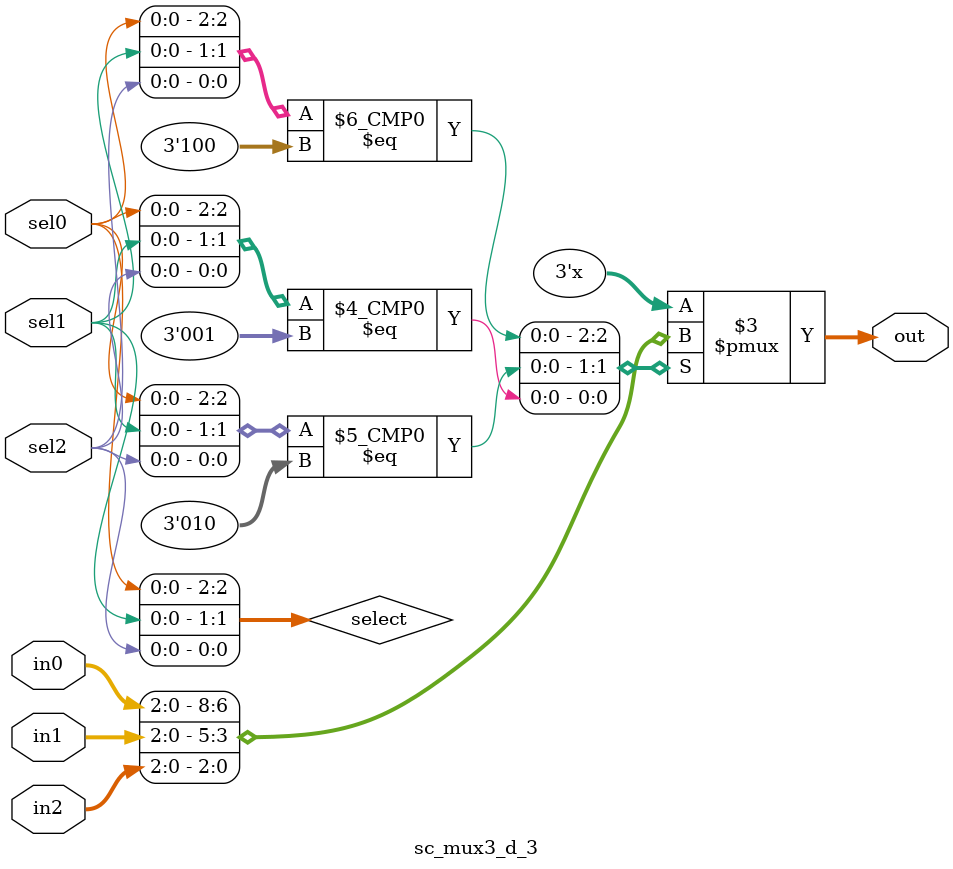
<source format=v>
module sc_mux3_d_3 (out,in0,sel0,in1,sel1,in2,sel2) ;
    output [2:0] out ;
    input  [2:0] in0,in1,in2 ;
    input sel0,sel1,sel2 ;
    reg [2:0] out ;
	wire [2:0] select = {sel0,sel1,sel2} ;
	always @ (select or in0 or in1 or in2)
		case (select) 
			5'b100:	out = in0;
			5'b010:	out = in1;
			5'b001:	out = in2 ;
			default: out = 65'hx;
		endcase
endmodule
</source>
